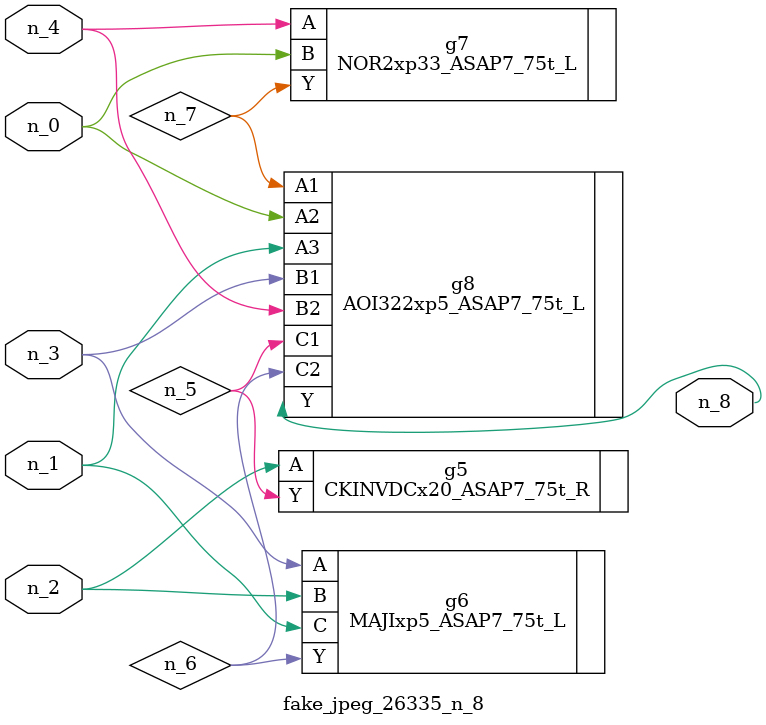
<source format=v>
module fake_jpeg_26335_n_8 (n_3, n_2, n_1, n_0, n_4, n_8);

input n_3;
input n_2;
input n_1;
input n_0;
input n_4;

output n_8;

wire n_6;
wire n_5;
wire n_7;

CKINVDCx20_ASAP7_75t_R g5 ( 
.A(n_2),
.Y(n_5)
);

MAJIxp5_ASAP7_75t_L g6 ( 
.A(n_3),
.B(n_2),
.C(n_1),
.Y(n_6)
);

NOR2xp33_ASAP7_75t_L g7 ( 
.A(n_4),
.B(n_0),
.Y(n_7)
);

AOI322xp5_ASAP7_75t_L g8 ( 
.A1(n_7),
.A2(n_0),
.A3(n_1),
.B1(n_3),
.B2(n_4),
.C1(n_5),
.C2(n_6),
.Y(n_8)
);


endmodule
</source>
